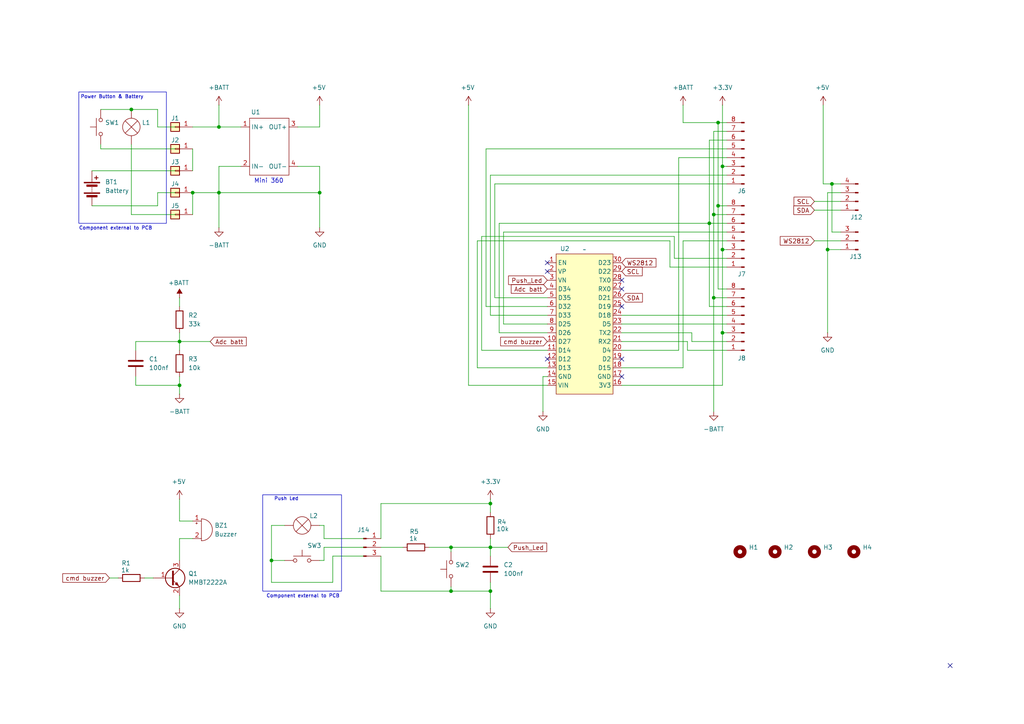
<source format=kicad_sch>
(kicad_sch (version 20250114) (generator "eeschema") (generator_version "9.0")
  (paper "A4")
  (title_block (title "Self Balancing Cube") (date "2024-09-04") (rev "1.13") (company "By Pedro51"))
  (lib_symbols
    (symbol "Connector:Conn_01x03_Pin" (pin_names (offset 1.016) (hide yes))
      (property "Reference" "J" (at 0 5.08 0))
      (property "Value" "Conn_01x03_Pin" (at 0 -5.08 0))
      (symbol "Conn_01x03_Pin_1_1"
        (rectangle (start 0.8636 2.667) (end 0 2.413) (stroke (width 0.1524)) (fill (type outline)))
        (rectangle (start 0.8636 0.127) (end 0 -0.127) (stroke (width 0.1524)) (fill (type outline)))
        (rectangle (start 0.8636 -2.413) (end 0 -2.667) (stroke (width 0.1524)) (fill (type outline)))
        (polyline (pts (xy 1.27 2.54) (xy 0.8636 2.54)) (stroke (width 0.1524)))
        (polyline (pts (xy 1.27 0) (xy 0.8636 0)) (stroke (width 0.1524)))
        (polyline (pts (xy 1.27 -2.54) (xy 0.8636 -2.54)) (stroke (width 0.1524)))
        (pin passive line (at 5.08 2.54 180) (length 3.81) (name "Pin_1") (number "1"))
        (pin passive line (at 5.08 0 180) (length 3.81) (name "Pin_2") (number "2"))
        (pin passive line (at 5.08 -2.54 180) (length 3.81) (name "Pin_3") (number "3"))
      )
    )
    (symbol "Connector:Conn_01x04_Pin" (pin_names (offset 1.016) (hide yes))
      (property "Reference" "J" (at 0 5.08 0))
      (property "Value" "Conn_01x04_Pin" (at 0 -7.62 0))
      (symbol "Conn_01x04_Pin_1_1"
        (rectangle (start 0.8636 2.667) (end 0 2.413) (stroke (width 0.1524)) (fill (type outline)))
        (rectangle (start 0.8636 0.127) (end 0 -0.127) (stroke (width 0.1524)) (fill (type outline)))
        (rectangle (start 0.8636 -2.413) (end 0 -2.667) (stroke (width 0.1524)) (fill (type outline)))
        (rectangle (start 0.8636 -4.953) (end 0 -5.207) (stroke (width 0.1524)) (fill (type outline)))
        (polyline (pts (xy 1.27 2.54) (xy 0.8636 2.54)) (stroke (width 0.1524)))
        (polyline (pts (xy 1.27 0) (xy 0.8636 0)) (stroke (width 0.1524)))
        (polyline (pts (xy 1.27 -2.54) (xy 0.8636 -2.54)) (stroke (width 0.1524)))
        (polyline (pts (xy 1.27 -5.08) (xy 0.8636 -5.08)) (stroke (width 0.1524)))
        (pin passive line (at 5.08 2.54 180) (length 3.81) (name "Pin_1") (number "1"))
        (pin passive line (at 5.08 0 180) (length 3.81) (name "Pin_2") (number "2"))
        (pin passive line (at 5.08 -2.54 180) (length 3.81) (name "Pin_3") (number "3"))
        (pin passive line (at 5.08 -5.08 180) (length 3.81) (name "Pin_4") (number "4"))
      )
    )
    (symbol "Connector:Conn_01x08_Pin" (pin_names (offset 1.016) (hide yes))
      (property "Reference" "J" (at 0 10.16 0))
      (property "Value" "Conn_01x08_Pin" (at 0 -12.7 0))
      (symbol "Conn_01x08_Pin_1_1"
        (rectangle (start 0.8636 7.747) (end 0 7.493) (stroke (width 0.1524)) (fill (type outline)))
        (rectangle (start 0.8636 5.207) (end 0 4.953) (stroke (width 0.1524)) (fill (type outline)))
        (rectangle (start 0.8636 2.667) (end 0 2.413) (stroke (width 0.1524)) (fill (type outline)))
        (rectangle (start 0.8636 0.127) (end 0 -0.127) (stroke (width 0.1524)) (fill (type outline)))
        (rectangle (start 0.8636 -2.413) (end 0 -2.667) (stroke (width 0.1524)) (fill (type outline)))
        (rectangle (start 0.8636 -4.953) (end 0 -5.207) (stroke (width 0.1524)) (fill (type outline)))
        (rectangle (start 0.8636 -7.493) (end 0 -7.747) (stroke (width 0.1524)) (fill (type outline)))
        (rectangle (start 0.8636 -10.033) (end 0 -10.287) (stroke (width 0.1524)) (fill (type outline)))
        (polyline (pts (xy 1.27 7.62) (xy 0.8636 7.62)) (stroke (width 0.1524)))
        (polyline (pts (xy 1.27 5.08) (xy 0.8636 5.08)) (stroke (width 0.1524)))
        (polyline (pts (xy 1.27 2.54) (xy 0.8636 2.54)) (stroke (width 0.1524)))
        (polyline (pts (xy 1.27 0) (xy 0.8636 0)) (stroke (width 0.1524)))
        (polyline (pts (xy 1.27 -2.54) (xy 0.8636 -2.54)) (stroke (width 0.1524)))
        (polyline (pts (xy 1.27 -5.08) (xy 0.8636 -5.08)) (stroke (width 0.1524)))
        (polyline (pts (xy 1.27 -7.62) (xy 0.8636 -7.62)) (stroke (width 0.1524)))
        (polyline (pts (xy 1.27 -10.16) (xy 0.8636 -10.16)) (stroke (width 0.1524)))
        (pin passive line (at 5.08 7.62 180) (length 3.81) (name "Pin_1") (number "1"))
        (pin passive line (at 5.08 5.08 180) (length 3.81) (name "Pin_2") (number "2"))
        (pin passive line (at 5.08 2.54 180) (length 3.81) (name "Pin_3") (number "3"))
        (pin passive line (at 5.08 0 180) (length 3.81) (name "Pin_4") (number "4"))
        (pin passive line (at 5.08 -2.54 180) (length 3.81) (name "Pin_5") (number "5"))
        (pin passive line (at 5.08 -5.08 180) (length 3.81) (name "Pin_6") (number "6"))
        (pin passive line (at 5.08 -7.62 180) (length 3.81) (name "Pin_7") (number "7"))
        (pin passive line (at 5.08 -10.16 180) (length 3.81) (name "Pin_8") (number "8"))
      )
    )
    (symbol "Connector_Generic:Conn_01x01" (pin_names (offset 1.016) (hide yes))
      (property "Reference" "J" (at 0 2.54 0))
      (property "Value" "Conn_01x01" (at 0 -2.54 0))
      (symbol "Conn_01x01_1_1"
        (rectangle (start -1.27 1.27) (end 1.27 -1.27) (stroke (width 0.254)) (fill (type background)))
        (rectangle (start -1.27 0.127) (end 0 -0.127) (stroke (width 0.1524)))
        (pin passive line (at -5.08 0 0) (length 3.81) (name "Pin_1") (number "1"))
      )
    )
    (symbol "Device:Battery" (pin_numbers (hide yes)) (pin_names (offset 0) (hide yes))
      (property "Reference" "BT" (at 2.54 2.54 0))
      (property "Value" "Battery" (at 2.54 0 0))
      (symbol "Battery_0_1"
        (rectangle (start -2.286 1.778) (end 2.286 1.524) (fill (type outline)))
        (rectangle (start -2.286 -1.27) (end 2.286 -1.524) (fill (type outline)))
        (rectangle (start -1.524 1.016) (end 1.524 0.508) (fill (type outline)))
        (rectangle (start -1.524 -2.032) (end 1.524 -2.54) (fill (type outline)))
        (polyline (pts (xy 0 1.778) (xy 0 2.54)))
        (polyline (pts (xy 0 0) (xy 0 0.254)))
        (polyline (pts (xy 0 -0.508) (xy 0 -0.254)))
        (polyline (pts (xy 0 -1.016) (xy 0 -0.762)))
        (polyline (pts (xy 0.762 3.048) (xy 1.778 3.048)) (stroke (width 0.254)))
        (polyline (pts (xy 1.27 3.556) (xy 1.27 2.54)) (stroke (width 0.254)))
      )
      (symbol "Battery_1_1"
        (pin passive line (at 0 5.08 270) (length 2.54) (name "+") (number "1"))
        (pin passive line (at 0 -5.08 90) (length 2.54) (name "-") (number "2"))
      )
    )
    (symbol "Device:Buzzer" (pin_names (offset 0.0254) (hide yes))
      (property "Reference" "BZ" (at 3.81 1.27 0))
      (property "Value" "Buzzer" (at 3.81 -1.27 0))
      (symbol "Buzzer_0_1"
        (polyline (pts (xy -1.651 1.905) (xy -1.143 1.905)))
        (polyline (pts (xy -1.397 2.159) (xy -1.397 1.651)))
        (arc (start 0 3.175) (mid 3.1612 0) (end 0 -3.175))
        (polyline (pts (xy 0 3.175) (xy 0 -3.175)))
      )
      (symbol "Buzzer_1_1"
        (pin passive line (at -2.54 2.54 0) (length 2.54) (name "+") (number "1"))
        (pin passive line (at -2.54 -2.54 0) (length 2.54) (name "-") (number "2"))
      )
    )
    (symbol "Device:C" (pin_numbers (hide yes)) (pin_names (offset 0.254))
      (property "Reference" "C" (at 0.635 2.54 0))
      (property "Value" "C" (at 0.635 -2.54 0))
      (symbol "C_0_1"
        (polyline (pts (xy -2.032 0.762) (xy 2.032 0.762)) (stroke (width 0.508)))
        (polyline (pts (xy -2.032 -0.762) (xy 2.032 -0.762)) (stroke (width 0.508)))
      )
      (symbol "C_1_1"
        (pin passive line (at 0 3.81 270) (length 2.794) (name "~") (number "1"))
        (pin passive line (at 0 -3.81 90) (length 2.794) (name "~") (number "2"))
      )
    )
    (symbol "Device:Lamp" (pin_numbers (hide yes)) (pin_names (offset 0.0254) (hide yes))
      (property "Reference" "LA" (at 0.635 3.81 0))
      (property "Value" "Lamp" (at 0.635 -3.81 0))
      (symbol "Lamp_0_1"
        (polyline (pts (xy -1.778 1.778) (xy 1.778 -1.778)))
        (circle (center 0 0) (radius 2.54))
        (polyline (pts (xy 1.778 1.778) (xy -1.778 -1.778)))
      )
      (symbol "Lamp_1_1"
        (pin passive line (at 0 5.08 270) (length 2.54) (name "+") (number "2"))
        (pin passive line (at 0 -5.08 90) (length 2.54) (name "-") (number "1"))
      )
    )
    (symbol "Device:R" (pin_numbers (hide yes)) (pin_names (offset 0))
      (property "Reference" "R" (at 2.032 0 90))
      (property "Value" "R" (at 0 0 90))
      (symbol "R_0_1"
        (rectangle (start -1.016 -2.54) (end 1.016 2.54) (stroke (width 0.254)))
      )
      (symbol "R_1_1"
        (pin passive line (at 0 3.81 270) (length 1.27) (name "~") (number "1"))
        (pin passive line (at 0 -3.81 90) (length 1.27) (name "~") (number "2"))
      )
    )
    (symbol "Mechanical:MountingHole" (pin_names (offset 1.016)) (exclude_from_sim yes) (in_bom no)
      (property "Reference" "H" (at 0 5.08 0))
      (property "Value" "MountingHole" (at 0 3.175 0))
      (symbol "MountingHole_0_1"
        (circle (center 0 0) (radius 1.27) (stroke (width 1.27)))
      )
    )
    (symbol "Switch:SW_Push" (pin_numbers (hide yes)) (pin_names (offset 1.016) (hide yes))
      (property "Reference" "SW" (at 1.27 2.54 0))
      (property "Value" "SW_Push" (at 0 -1.524 0))
      (symbol "SW_Push_0_1"
        (circle (center -2.032 0) (radius 0.508))
        (polyline (pts (xy 0 1.27) (xy 0 3.048)))
        (circle (center 2.032 0) (radius 0.508))
        (polyline (pts (xy 2.54 1.27) (xy -2.54 1.27)))
        (pin passive line (at -5.08 0 0) (length 2.54) (name "1") (number "1"))
        (pin passive line (at 5.08 0 180) (length 2.54) (name "2") (number "2"))
      )
    )
    (symbol "SymbolePerso:DC-DC_buck"
      (property "Reference" "U?" (at 1.524 1.27 0))
      (property "Value" "5v" (at 9.652 -8.128 0))
      (symbol "DC-DC_buck_0_1"
        (rectangle (start 0 0) (end 11.43 -16.51))
      )
      (symbol "DC-DC_buck_1_1"
        (pin passive line (at -2.54 -2.54 0) (length 2.54) (name "IN+") (number "1"))
        (pin passive line (at -2.54 -13.97 0) (length 2.54) (name "IN-") (number "2"))
        (pin passive line (at 13.97 -2.54 180) (length 2.54) (name "OUT+") (number "3"))
        (pin passive line (at 13.97 -13.97 180) (length 2.54) (name "OUT-") (number "4"))
      )
    )
    (symbol "SymbolePerso:ESP32_module_38pin"
      (property "Reference" "U?" (at -6.35 20.32 0))
      (symbol "ESP32_module_38pin_1_1"
        (polyline (pts (xy -7.62 19.05) (xy 8.89 19.05) (xy 8.89 -21.59) (xy -7.62 -21.59) (xy -7.62 19.05)) (fill (type background)))
        (pin input line (at -10.16 16.51 0) (length 2.54) (name "EN") (number "1"))
        (pin bidirectional line (at -10.16 13.97 0) (length 2.54) (name "VP") (number "2"))
        (pin bidirectional line (at -10.16 11.43 0) (length 2.54) (name "VN") (number "3"))
        (pin bidirectional line (at -10.16 8.89 0) (length 2.54) (name "D34") (number "4"))
        (pin bidirectional line (at -10.16 6.35 0) (length 2.54) (name "D35") (number "5"))
        (pin bidirectional line (at -10.16 3.81 0) (length 2.54) (name "D32") (number "6"))
        (pin bidirectional line (at -10.16 1.27 0) (length 2.54) (name "D33") (number "7"))
        (pin bidirectional line (at -10.16 -1.27 0) (length 2.54) (name "D25") (number "8"))
        (pin bidirectional line (at -10.16 -3.81 0) (length 2.54) (name "D26") (number "9"))
        (pin bidirectional line (at -10.16 -6.35 0) (length 2.54) (name "D27") (number "10"))
        (pin bidirectional line (at -10.16 -8.89 0) (length 2.54) (name "D14") (number "11"))
        (pin bidirectional line (at -10.16 -11.43 0) (length 2.54) (name "D12") (number "12"))
        (pin bidirectional line (at -10.16 -13.97 0) (length 2.54) (name "D13") (number "13"))
        (pin power_in line (at -10.16 -16.51 0) (length 2.54) (name "GND") (number "14"))
        (pin power_in line (at -10.16 -19.05 0) (length 2.54) (name "VIN") (number "15"))
        (pin bidirectional line (at 11.43 16.51 180) (length 2.54) (name "D23") (number "30"))
        (pin bidirectional line (at 11.43 13.97 180) (length 2.54) (name "D22") (number "29"))
        (pin output line (at 11.43 11.43 180) (length 2.54) (name "TX0") (number "28"))
        (pin input line (at 11.43 8.89 180) (length 2.54) (name "RX0") (number "27"))
        (pin bidirectional line (at 11.43 6.35 180) (length 2.54) (name "D21") (number "26"))
        (pin bidirectional line (at 11.43 3.81 180) (length 2.54) (name "D19") (number "25"))
        (pin bidirectional line (at 11.43 1.27 180) (length 2.54) (name "D18") (number "24"))
        (pin bidirectional line (at 11.43 -1.27 180) (length 2.54) (name "D5") (number "23"))
        (pin output line (at 11.43 -3.81 180) (length 2.54) (name "TX2") (number "22"))
        (pin input line (at 11.43 -6.35 180) (length 2.54) (name "RX2") (number "21"))
        (pin bidirectional line (at 11.43 -8.89 180) (length 2.54) (name "D4") (number "20"))
        (pin bidirectional line (at 11.43 -11.43 180) (length 2.54) (name "D2") (number "19"))
        (pin bidirectional line (at 11.43 -13.97 180) (length 2.54) (name "D15") (number "18"))
        (pin power_in line (at 11.43 -16.51 180) (length 2.54) (name "GND") (number "17"))
        (pin power_out line (at 11.43 -19.05 180) (length 2.54) (name "3V3") (number "16"))
      )
    )
    (symbol "Transistor_BJT:MMBT2222A" (pin_names (offset 0) (hide yes))
      (property "Reference" "Q" (at 5.08 1.905 0))
      (property "Value" "MMBT2222A" (at 5.08 0 0))
      (symbol "MMBT2222A_0_1"
        (polyline (pts (xy 0.635 1.905) (xy 0.635 -1.905) (xy 0.635 -1.905)) (stroke (width 0.508)))
        (polyline (pts (xy 0.635 0.635) (xy 2.54 2.54)))
        (polyline (pts (xy 0.635 -0.635) (xy 2.54 -2.54) (xy 2.54 -2.54)))
        (circle (center 1.27 0) (radius 2.8194) (stroke (width 0.254)))
        (polyline (pts (xy 1.27 -1.778) (xy 1.778 -1.27) (xy 2.286 -2.286) (xy 1.27 -1.778) (xy 1.27 -1.778)) (fill (type outline)))
      )
      (symbol "MMBT2222A_1_1"
        (pin input line (at -5.08 0 0) (length 5.715) (name "B") (number "1"))
        (pin passive line (at 2.54 5.08 270) (length 2.54) (name "C") (number "3"))
        (pin passive line (at 2.54 -5.08 90) (length 2.54) (name "E") (number "2"))
      )
    )
    (symbol "power:+3.3V" (power) (pin_numbers (hide yes)) (pin_names (offset 0) (hide yes))
      (property "Value" "+3.3V" (at 0 3.556 0))
      (symbol "+3.3V_0_1"
        (polyline (pts (xy -0.762 1.27) (xy 0 2.54)))
        (polyline (pts (xy 0 2.54) (xy 0.762 1.27)))
        (polyline (pts (xy 0 0) (xy 0 2.54)))
      )
      (symbol "+3.3V_1_1"
        (pin power_in line (at 0 0 90) (length 0) (name "~") (number "1"))
      )
    )
    (symbol "power:+BATT" (power) (pin_numbers (hide yes)) (pin_names (offset 0) (hide yes))
      (property "Value" "+BATT" (at 0 3.556 0))
      (symbol "+BATT_0_1"
        (polyline (pts (xy -0.762 1.27) (xy 0 2.54)))
        (polyline (pts (xy 0 2.54) (xy 0.762 1.27)))
        (polyline (pts (xy 0 0) (xy 0 2.54)))
      )
      (symbol "+BATT_1_1"
        (pin power_in line (at 0 0 90) (length 0) (name "~") (number "1"))
      )
    )
    (symbol "power:-BATT" (power) (pin_numbers (hide yes)) (pin_names (offset 0) (hide yes))
      (property "Value" "-BATT" (at 0 3.556 0))
      (symbol "-BATT_0_1"
        (polyline (pts (xy 0 0) (xy 0 2.54)))
        (polyline (pts (xy 0.762 1.27) (xy -0.762 1.27) (xy 0 2.54) (xy 0.762 1.27)) (fill (type outline)))
      )
      (symbol "-BATT_1_1"
        (pin power_in line (at 0 0 90) (length 0) (name "~") (number "1"))
      )
    )
    (symbol "power:GND" (power) (pin_numbers (hide yes)) (pin_names (offset 0) (hide yes))
      (property "Value" "GND" (at 0 -3.81 0))
      (symbol "GND_0_1"
        (polyline (pts (xy 0 0) (xy 0 -1.27) (xy 1.27 -1.27) (xy 0 -2.54) (xy -1.27 -1.27) (xy 0 -1.27)))
      )
      (symbol "GND_1_1"
        (pin power_in line (at 0 0 270) (length 0) (name "~") (number "1"))
      )
    )
    (symbol "power:VCC" (power) (pin_numbers (hide yes)) (pin_names (offset 0) (hide yes))
      (property "Value" "VCC" (at 0 3.556 0))
      (symbol "VCC_0_1"
        (polyline (pts (xy -0.762 1.27) (xy 0 2.54)))
        (polyline (pts (xy 0 2.54) (xy 0.762 1.27)))
        (polyline (pts (xy 0 0) (xy 0 2.54)))
      )
      (symbol "VCC_1_1"
        (pin power_in line (at 0 0 90) (length 0) (name "~") (number "1"))
      )
    )
  )
  (rectangle (start 22.86 26.67) (end 48.26 64.77))
  (rectangle (start 76.2 143.51) (end 99.06 171.45))
  (text "Component external to PCB" (at 87.884 172.974 0) (effects (font (size 1 1))))
  (text "Push Led" (at 83.058 144.78 0) (effects (font (size 1 1))))
  (text "Component external to PCB" (at 33.528 66.294 0) (effects (font (size 1 1))))
  (text "Mini 360" (at 77.978 52.578 0) (effects (font (size 1.27 1.27))))
  (text "Power Button & Battery" (at 32.512 28.194 0) (effects (font (size 1 1))))
  (junction (at 205.74 64.77))
  (junction (at 52.07 111.76))
  (junction (at 38.1 31.75))
  (junction (at 208.28 35.56))
  (junction (at 208.28 59.69))
  (junction (at 241.3 53.34))
  (junction (at 52.07 99.06))
  (junction (at 63.5 55.88))
  (junction (at 142.24 171.45))
  (junction (at 63.5 36.83))
  (junction (at 207.01 86.36))
  (junction (at 240.03 72.39))
  (junction (at 142.24 146.05))
  (junction (at 209.55 96.52))
  (junction (at 92.71 55.88))
  (junction (at 209.55 72.39))
  (junction (at 78.74 162.56))
  (junction (at 55.88 55.88))
  (junction (at 130.81 158.75))
  (junction (at 209.55 48.26))
  (junction (at 142.24 158.75))
  (junction (at 207.01 62.23))
  (junction (at 130.81 171.45))
  (no_connect (at 180.34 83.82))
  (no_connect (at 180.34 88.9))
  (no_connect (at 158.75 76.2))
  (no_connect (at 158.75 104.14))
  (no_connect (at 158.75 78.74))
  (no_connect (at 180.34 109.22))
  (no_connect (at 275.59 193.04))
  (no_connect (at 180.34 104.14))
  (no_connect (at 180.34 81.28))
  (wire (pts (xy 52.07 172.72) (xy 52.07 176.53)))
  (wire (pts (xy 139.7 68.58) (xy 139.7 101.6)))
  (wire (pts (xy 142.24 158.75) (xy 147.32 158.75)))
  (wire (pts (xy 209.55 48.26) (xy 209.55 72.39)))
  (wire (pts (xy 29.21 43.18) (xy 50.8 43.18)))
  (wire (pts (xy 55.88 55.88) (xy 63.5 55.88)))
  (wire (pts (xy 199.39 101.6) (xy 199.39 99.06)))
  (wire (pts (xy 180.34 91.44) (xy 210.82 91.44)))
  (wire (pts (xy 144.78 96.52) (xy 144.78 64.77)))
  (wire (pts (xy 86.36 36.83) (xy 92.71 36.83)))
  (wire (pts (xy 198.12 35.56) (xy 208.28 35.56)))
  (wire (pts (xy 205.74 64.77) (xy 210.82 64.77)))
  (wire (pts (xy 63.5 36.83) (xy 69.85 36.83)))
  (wire (pts (xy 142.24 50.8) (xy 142.24 91.44)))
  (wire (pts (xy 209.55 72.39) (xy 210.82 72.39)))
  (wire (pts (xy 110.49 171.45) (xy 110.49 161.29)))
  (wire (pts (xy 52.07 111.76) (xy 52.07 114.3)))
  (wire (pts (xy 105.41 156.21) (xy 93.98 156.21)))
  (wire (pts (xy 130.81 171.45) (xy 142.24 171.45)))
  (wire (pts (xy 209.55 72.39) (xy 209.55 96.52)))
  (wire (pts (xy 124.46 158.75) (xy 130.81 158.75)))
  (wire (pts (xy 142.24 168.91) (xy 142.24 171.45)))
  (wire (pts (xy 55.88 151.13) (xy 52.07 151.13)))
  (wire (pts (xy 198.12 106.68) (xy 180.34 106.68)))
  (wire (pts (xy 130.81 171.45) (xy 110.49 171.45)))
  (wire (pts (xy 92.71 48.26) (xy 92.71 55.88)))
  (wire (pts (xy 210.82 77.47) (xy 194.31 77.47)))
  (wire (pts (xy 105.41 158.75) (xy 93.98 158.75)))
  (wire (pts (xy 210.82 74.93) (xy 195.58 74.93)))
  (wire (pts (xy 210.82 50.8) (xy 142.24 50.8)))
  (wire (pts (xy 52.07 109.22) (xy 52.07 111.76)))
  (wire (pts (xy 78.74 162.56) (xy 82.55 162.56)))
  (wire (pts (xy 143.51 86.36) (xy 143.51 53.34)))
  (wire (pts (xy 39.37 111.76) (xy 39.37 109.22)))
  (wire (pts (xy 52.07 99.06) (xy 52.07 101.6)))
  (wire (pts (xy 199.39 99.06) (xy 180.34 99.06)))
  (wire (pts (xy 55.88 55.88) (xy 55.88 62.23)))
  (wire (pts (xy 238.76 53.34) (xy 241.3 53.34)))
  (wire (pts (xy 142.24 146.05) (xy 142.24 148.59)))
  (wire (pts (xy 93.98 158.75) (xy 93.98 162.56)))
  (wire (pts (xy 200.66 99.06) (xy 210.82 99.06)))
  (wire (pts (xy 52.07 156.21) (xy 55.88 156.21)))
  (wire (pts (xy 138.43 106.68) (xy 158.75 106.68)))
  (wire (pts (xy 92.71 55.88) (xy 92.71 66.04)))
  (wire (pts (xy 110.49 146.05) (xy 110.49 156.21)))
  (wire (pts (xy 93.98 156.21) (xy 93.98 152.4)))
  (wire (pts (xy 236.22 58.42) (xy 243.84 58.42)))
  (wire (pts (xy 140.97 43.18) (xy 140.97 88.9)))
  (wire (pts (xy 210.82 43.18) (xy 140.97 43.18)))
  (wire (pts (xy 209.55 111.76) (xy 209.55 96.52)))
  (wire (pts (xy 29.21 43.18) (xy 29.21 41.91)))
  (wire (pts (xy 41.91 167.64) (xy 44.45 167.64)))
  (wire (pts (xy 158.75 109.22) (xy 157.48 109.22)))
  (wire (pts (xy 52.07 144.78) (xy 52.07 151.13)))
  (wire (pts (xy 52.07 111.76) (xy 39.37 111.76)))
  (wire (pts (xy 205.74 40.64) (xy 205.74 64.77)))
  (wire (pts (xy 210.82 88.9) (xy 205.74 88.9)))
  (wire (pts (xy 210.82 67.31) (xy 146.05 67.31)))
  (wire (pts (xy 196.85 45.72) (xy 196.85 101.6)))
  (wire (pts (xy 38.1 41.91) (xy 38.1 62.23)))
  (wire (pts (xy 207.01 62.23) (xy 210.82 62.23)))
  (wire (pts (xy 243.84 53.34) (xy 241.3 53.34)))
  (wire (pts (xy 243.84 55.88) (xy 240.03 55.88)))
  (wire (pts (xy 240.03 72.39) (xy 243.84 72.39)))
  (wire (pts (xy 52.07 162.56) (xy 52.07 156.21)))
  (wire (pts (xy 92.71 152.4) (xy 93.98 152.4)))
  (wire (pts (xy 208.28 35.56) (xy 208.28 59.69)))
  (wire (pts (xy 207.01 38.1) (xy 207.01 62.23)))
  (wire (pts (xy 207.01 86.36) (xy 207.01 119.38)))
  (wire (pts (xy 207.01 86.36) (xy 207.01 62.23)))
  (wire (pts (xy 210.82 35.56) (xy 208.28 35.56)))
  (wire (pts (xy 139.7 101.6) (xy 158.75 101.6)))
  (wire (pts (xy 210.82 69.85) (xy 198.12 69.85)))
  (wire (pts (xy 146.05 67.31) (xy 146.05 93.98)))
  (wire (pts (xy 146.05 93.98) (xy 158.75 93.98)))
  (wire (pts (xy 238.76 30.48) (xy 238.76 53.34)))
  (wire (pts (xy 180.34 111.76) (xy 209.55 111.76)))
  (wire (pts (xy 63.5 55.88) (xy 63.5 48.26)))
  (wire (pts (xy 210.82 45.72) (xy 196.85 45.72)))
  (wire (pts (xy 92.71 162.56) (xy 93.98 162.56)))
  (wire (pts (xy 55.88 36.83) (xy 63.5 36.83)))
  (wire (pts (xy 196.85 101.6) (xy 180.34 101.6)))
  (wire (pts (xy 210.82 40.64) (xy 205.74 40.64)))
  (wire (pts (xy 130.81 171.45) (xy 130.81 170.18)))
  (wire (pts (xy 39.37 101.6) (xy 39.37 99.06)))
  (wire (pts (xy 52.07 99.06) (xy 60.96 99.06)))
  (wire (pts (xy 63.5 55.88) (xy 63.5 66.04)))
  (wire (pts (xy 158.75 86.36) (xy 143.51 86.36)))
  (wire (pts (xy 243.84 67.31) (xy 241.3 67.31)))
  (wire (pts (xy 158.75 111.76) (xy 135.89 111.76)))
  (wire (pts (xy 240.03 55.88) (xy 240.03 72.39)))
  (wire (pts (xy 130.81 158.75) (xy 130.81 160.02)))
  (wire (pts (xy 210.82 101.6) (xy 199.39 101.6)))
  (wire (pts (xy 142.24 171.45) (xy 142.24 176.53)))
  (wire (pts (xy 31.75 167.64) (xy 34.29 167.64)))
  (wire (pts (xy 210.82 86.36) (xy 207.01 86.36)))
  (wire (pts (xy 210.82 38.1) (xy 207.01 38.1)))
  (wire (pts (xy 78.74 152.4) (xy 82.55 152.4)))
  (wire (pts (xy 142.24 146.05) (xy 142.24 144.78)))
  (wire (pts (xy 195.58 68.58) (xy 139.7 68.58)))
  (wire (pts (xy 96.52 161.29) (xy 96.52 168.91)))
  (wire (pts (xy 45.72 59.69) (xy 26.67 59.69)))
  (wire (pts (xy 45.72 55.88) (xy 45.72 59.69)))
  (wire (pts (xy 45.72 31.75) (xy 45.72 36.83)))
  (wire (pts (xy 86.36 48.26) (xy 92.71 48.26)))
  (wire (pts (xy 29.21 31.75) (xy 38.1 31.75)))
  (wire (pts (xy 38.1 31.75) (xy 45.72 31.75)))
  (wire (pts (xy 142.24 91.44) (xy 158.75 91.44)))
  (wire (pts (xy 195.58 74.93) (xy 195.58 68.58)))
  (wire (pts (xy 157.48 109.22) (xy 157.48 119.38)))
  (wire (pts (xy 52.07 96.52) (xy 52.07 99.06)))
  (wire (pts (xy 50.8 49.53) (xy 26.67 49.53)))
  (wire (pts (xy 50.8 62.23) (xy 38.1 62.23)))
  (wire (pts (xy 92.71 36.83) (xy 92.71 30.48)))
  (wire (pts (xy 39.37 99.06) (xy 52.07 99.06)))
  (wire (pts (xy 209.55 96.52) (xy 210.82 96.52)))
  (wire (pts (xy 240.03 72.39) (xy 240.03 96.52)))
  (wire (pts (xy 198.12 69.85) (xy 198.12 106.68)))
  (wire (pts (xy 241.3 67.31) (xy 241.3 53.34)))
  (wire (pts (xy 208.28 59.69) (xy 210.82 59.69)))
  (wire (pts (xy 55.88 43.18) (xy 55.88 49.53)))
  (wire (pts (xy 78.74 152.4) (xy 78.74 162.56)))
  (wire (pts (xy 63.5 55.88) (xy 92.71 55.88)))
  (wire (pts (xy 140.97 88.9) (xy 158.75 88.9)))
  (wire (pts (xy 63.5 30.48) (xy 63.5 36.83)))
  (wire (pts (xy 210.82 83.82) (xy 208.28 83.82)))
  (wire (pts (xy 194.31 77.47) (xy 194.31 69.85)))
  (wire (pts (xy 210.82 48.26) (xy 209.55 48.26)))
  (wire (pts (xy 198.12 30.48) (xy 198.12 35.56)))
  (wire (pts (xy 45.72 36.83) (xy 50.8 36.83)))
  (wire (pts (xy 63.5 48.26) (xy 69.85 48.26)))
  (wire (pts (xy 158.75 96.52) (xy 144.78 96.52)))
  (wire (pts (xy 78.74 162.56) (xy 78.74 168.91)))
  (wire (pts (xy 142.24 161.29) (xy 142.24 158.75)))
  (wire (pts (xy 143.51 53.34) (xy 210.82 53.34)))
  (wire (pts (xy 96.52 168.91) (xy 78.74 168.91)))
  (wire (pts (xy 180.34 93.98) (xy 210.82 93.98)))
  (wire (pts (xy 138.43 69.85) (xy 138.43 106.68)))
  (wire (pts (xy 110.49 146.05) (xy 142.24 146.05)))
  (wire (pts (xy 142.24 156.21) (xy 142.24 158.75)))
  (wire (pts (xy 208.28 83.82) (xy 208.28 59.69)))
  (wire (pts (xy 236.22 60.96) (xy 243.84 60.96)))
  (wire (pts (xy 144.78 64.77) (xy 205.74 64.77)))
  (wire (pts (xy 135.89 111.76) (xy 135.89 30.48)))
  (wire (pts (xy 130.81 158.75) (xy 142.24 158.75)))
  (wire (pts (xy 200.66 96.52) (xy 200.66 99.06)))
  (wire (pts (xy 50.8 55.88) (xy 45.72 55.88)))
  (wire (pts (xy 52.07 86.36) (xy 52.07 88.9)))
  (wire (pts (xy 209.55 30.48) (xy 209.55 48.26)))
  (wire (pts (xy 105.41 161.29) (xy 96.52 161.29)))
  (wire (pts (xy 180.34 96.52) (xy 200.66 96.52)))
  (wire (pts (xy 110.49 158.75) (xy 116.84 158.75)))
  (wire (pts (xy 236.22 69.85) (xy 243.84 69.85)))
  (wire (pts (xy 205.74 88.9) (xy 205.74 64.77)))
  (wire (pts (xy 194.31 69.85) (xy 138.43 69.85)))
  (global_label "SCL" (shape input) (at 236.22 58.42 180) (property "Intersheetrefs" "${INTERSHEET_REFS}" (effects (hide yes))))
  (global_label "Push_Led" (shape input) (at 147.32 158.75 0) (property "Intersheetrefs" "${INTERSHEET_REFS}" (effects (hide yes))))
  (global_label "cmd buzzer" (shape input) (at 31.75 167.64 180) (property "Intersheetrefs" "${INTERSHEET_REFS}" (effects (hide yes))))
  (global_label "SCL" (shape input) (at 180.34 78.74 0) (property "Intersheetrefs" "${INTERSHEET_REFS}" (effects (hide yes))))
  (global_label "WS2812" (shape input) (at 180.34 76.2 0) (property "Intersheetrefs" "${INTERSHEET_REFS}" (effects (hide yes))))
  (global_label "WS2812" (shape input) (at 236.22 69.85 180) (property "Intersheetrefs" "${INTERSHEET_REFS}" (effects (hide yes))))
  (global_label "SDA" (shape input) (at 236.22 60.96 180) (property "Intersheetrefs" "${INTERSHEET_REFS}" (effects (hide yes))))
  (global_label "SDA" (shape input) (at 180.34 86.36 0) (property "Intersheetrefs" "${INTERSHEET_REFS}" (effects (hide yes))))
  (global_label "Adc batt" (shape input) (at 158.75 83.82 180) (property "Intersheetrefs" "${INTERSHEET_REFS}" (effects (hide yes))))
  (global_label "Adc batt" (shape input) (at 60.96 99.06 0) (property "Intersheetrefs" "${INTERSHEET_REFS}" (effects (hide yes))))
  (global_label "Push_Led" (shape input) (at 158.75 81.28 180) (property "Intersheetrefs" "${INTERSHEET_REFS}" (effects (hide yes))))
  (global_label "cmd buzzer" (shape input) (at 158.75 99.06 180) (property "Intersheetrefs" "${INTERSHEET_REFS}" (effects (hide yes))))
  (symbol (lib_id "power:+3.3V") (at 142.24 144.78 0) (unit 1)
    (property "Reference" "#PWR09" (effects (hide yes)))
    (property "Value" "+3.3V" (at 142.24 139.7 0))
    (property "Description" "Power symbol creates a global label with name \"+3.3V\"" (effects (hide yes)))
  )
  (symbol (lib_id "power:+BATT") (at 63.5 30.48 0) (unit 1)
    (property "Reference" "#PWR05" (effects (hide yes)))
    (property "Value" "+BATT" (at 63.5 25.4 0))
    (property "Description" "Power symbol creates a global label with name \"+BATT\"" (effects (hide yes)))
  )
  (symbol (lib_id "Connector:Conn_01x08_Pin") (at 215.9 45.72 180) (unit 1)
    (property "Reference" "J6" (at 215.138 55.372 0))
    (property "Value" "Conn_01x08_Pin" (effects (hide yes)))
    (property "Footprint" "Connector_JST:JST_ZH_B8B-ZR_1x08_P1.50mm_Vertical" (effects (hide yes)))
    (property "Description" "Generic connector, single row, 01x08, script generated" (effects (hide yes)))
  )
  (symbol (lib_id "Device:C") (at 39.37 105.41 0) (unit 1)
    (property "Reference" "C1" (at 43.18 104.1399 0) (effects (justify left)))
    (property "Value" "100nf" (at 43.18 106.6799 0) (effects (justify left)))
    (property "Footprint" "Capacitor_SMD:C_1206_3216Metric" (effects (hide yes)))
    (property "Description" "Unpolarized capacitor" (effects (hide yes)))
  )
  (symbol (lib_id "power:-BATT") (at 52.07 86.36 0) (unit 1)
    (property "Reference" "#PWR01" (effects (hide yes)))
    (property "Value" "+BATT" (at 51.816 82.042 0))
    (property "Description" "Power symbol creates a global label with name \"-BATT\"" (effects (hide yes)))
  )
  (symbol (lib_id "Transistor_BJT:MMBT2222A") (at 49.53 167.64 0) (unit 1)
    (property "Reference" "Q1" (at 54.61 166.3699 0) (effects (justify left)))
    (property "Value" "MMBT2222A" (at 54.61 168.9099 0) (effects (justify left)))
    (property "Footprint" "Package_TO_SOT_SMD:SOT-23" (effects (hide yes)))
    (property "Datasheet" "https://assets.nexperia.com/documents/data-sheet/MMBT2222A.pdf" (effects (hide yes)))
    (property "Description" "600mA Ic, 40V Vce, NPN Transistor, SOT-23" (effects (hide yes)))
  )
  (symbol (lib_id "power:VCC") (at 52.07 144.78 0) (unit 1)
    (property "Reference" "#PWR03" (effects (hide yes)))
    (property "Value" "+5V" (at 49.784 139.7 0) (effects (justify left)))
    (property "Description" "Power symbol creates a global label with name \"VCC\"" (effects (hide yes)))
  )
  (symbol (lib_id "Switch:SW_Push") (at 87.63 162.56 0) (unit 1) (on_board no)
    (property "Reference" "SW3" (at 91.186 158.242 0))
    (property "Value" "SW_Push" (effects (hide yes)))
    (property "Description" "Push button switch, generic, two pins" (effects (hide yes)))
  )
  (symbol (lib_id "Device:Lamp") (at 87.63 152.4 90) (unit 1) (in_bom no) (on_board no)
    (property "Reference" "L2" (at 92.202 149.606 90) (effects (justify left)))
    (property "Value" "Lamp" (effects (hide yes)))
    (property "Description" "Lamp" (effects (hide yes)))
  )
  (symbol (lib_id "power:GND") (at 207.01 119.38 0) (unit 1)
    (property "Reference" "#PWR014" (effects (hide yes)))
    (property "Value" "-BATT" (at 207.01 124.46 0))
    (property "Description" "Power symbol creates a global label with name \"GND\" , ground" (effects (hide yes)))
  )
  (symbol (lib_id "Connector:Conn_01x08_Pin") (at 215.9 93.98 180) (unit 1)
    (property "Reference" "J8" (at 215.138 103.886 0))
    (property "Value" "Conn_01x08_Pin" (effects (hide yes)))
    (property "Footprint" "Connector_JST:JST_ZH_B8B-ZR_1x08_P1.50mm_Vertical" (effects (hide yes)))
    (property "Description" "Generic connector, single row, 01x08, script generated" (effects (hide yes)))
  )
  (symbol (lib_id "power:GND") (at 92.71 66.04 0) (unit 1)
    (property "Reference" "#PWR08" (effects (hide yes)))
    (property "Value" "GND" (at 92.71 71.12 0))
    (property "Description" "Power symbol creates a global label with name \"GND\" , ground" (effects (hide yes)))
  )
  (symbol (lib_id "Connector_Generic:Conn_01x01") (at 50.8 62.23 180) (unit 1)
    (property "Reference" "J5" (at 50.8 59.69 0))
    (property "Value" "Conn_01x01" (effects (hide yes)))
    (property "Footprint" "Connector_Wire:SolderWire-0.5sqmm_1x01_D0.9mm_OD2.1mm" (effects (hide yes)))
    (property "Description" "Generic connector, single row, 01x01, script generated (kicad-library-utils/schlib/autogen/connector/)" (effects (hide yes)))
  )
  (symbol (lib_id "Device:R") (at 38.1 167.64 90) (unit 1)
    (property "Reference" "R1" (at 36.576 163.322 90))
    (property "Value" "1k" (at 36.322 165.354 90))
    (property "Footprint" "Resistor_SMD:R_1206_3216Metric" (effects (hide yes)))
    (property "Description" "Resistor" (effects (hide yes)))
  )
  (symbol (lib_id "Connector:Conn_01x08_Pin") (at 215.9 69.85 180) (unit 1)
    (property "Reference" "J7" (at 215.138 79.502 0))
    (property "Value" "Conn_01x08_Pin" (effects (hide yes)))
    (property "Footprint" "Connector_JST:JST_ZH_B8B-ZR_1x08_P1.50mm_Vertical" (effects (hide yes)))
    (property "Description" "Generic connector, single row, 01x08, script generated" (effects (hide yes)))
  )
  (symbol (lib_id "Device:Lamp") (at 38.1 36.83 0) (unit 1) (in_bom no) (on_board no)
    (property "Reference" "L1" (at 41.148 35.56 0) (effects (justify left)))
    (property "Value" "Lamp" (effects (hide yes)))
    (property "Description" "Lamp" (effects (hide yes)))
  )
  (symbol (lib_id "Mechanical:MountingHole") (at 224.79 160.02 0) (unit 1) (exclude_from_sim yes) (in_bom no)
    (property "Reference" "H2" (at 227.33 158.7499 0) (effects (justify left)))
    (property "Value" "MountingHole" (effects (hide yes)))
    (property "Footprint" "MountingHole:MountingHole_3.2mm_M3_DIN965_Pad" (effects (hide yes)))
    (property "Description" "Mounting Hole without connection" (effects (hide yes)))
  )
  (symbol (lib_id "power:+3.3V") (at 209.55 30.48 0) (unit 1)
    (property "Reference" "#PWR015" (effects (hide yes)))
    (property "Value" "+3.3V" (at 209.55 25.4 0))
    (property "Description" "Power symbol creates a global label with name \"+3.3V\"" (effects (hide yes)))
  )
  (symbol (lib_id "Mechanical:MountingHole") (at 236.22 160.02 0) (unit 1) (exclude_from_sim yes) (in_bom no)
    (property "Reference" "H3" (at 238.76 158.7499 0) (effects (justify left)))
    (property "Value" "MountingHole" (effects (hide yes)))
    (property "Footprint" "MountingHole:MountingHole_3.2mm_M3_DIN965_Pad" (effects (hide yes)))
    (property "Description" "Mounting Hole without connection" (effects (hide yes)))
  )
  (symbol (lib_id "power:GND") (at 52.07 114.3 0) (unit 1)
    (property "Reference" "#PWR02" (effects (hide yes)))
    (property "Value" "-BATT" (at 52.07 119.38 0))
    (property "Description" "Power symbol creates a global label with name \"GND\" , ground" (effects (hide yes)))
  )
  (symbol (lib_id "SymbolePerso:DC-DC_buck") (at 72.39 34.29 0) (unit 1)
    (property "Reference" "U1" (at 74.168 32.512 0))
    (property "Value" "5v" (effects (hide yes)))
    (property "Footprint" "MesEmpreintes:DCDC buck" (effects (hide yes)))
  )
  (symbol (lib_id "Connector_Generic:Conn_01x01") (at 50.8 43.18 180) (unit 1)
    (property "Reference" "J2" (at 50.8 40.64 0))
    (property "Value" "Conn_01x01" (effects (hide yes)))
    (property "Footprint" "Connector_Wire:SolderWire-2sqmm_1x01_D2mm_OD3.9mm" (effects (hide yes)))
    (property "Description" "Generic connector, single row, 01x01, script generated (kicad-library-utils/schlib/autogen/connector/)" (effects (hide yes)))
  )
  (symbol (lib_id "Device:R") (at 52.07 92.71 0) (unit 1)
    (property "Reference" "R2" (at 54.61 91.4399 0) (effects (justify left)))
    (property "Value" "33k" (at 54.61 93.98 0) (effects (justify left)))
    (property "Footprint" "Capacitor_SMD:C_1206_3216Metric" (effects (hide yes)))
    (property "Description" "Resistor" (effects (hide yes)))
  )
  (symbol (lib_id "Switch:SW_Push") (at 130.81 165.1 90) (unit 1)
    (property "Reference" "SW2" (at 132.08 163.8299 90) (effects (justify right)))
    (property "Value" "SW_Push" (effects (hide yes)))
    (property "Footprint" "MesEmpreintes:SW_RS-032G05A3-SMRT" (effects (hide yes)))
    (property "Description" "Push button switch, generic, two pins" (effects (hide yes)))
  )
  (symbol (lib_id "Connector_Generic:Conn_01x01") (at 50.8 49.53 180) (unit 1)
    (property "Reference" "J3" (at 50.8 46.99 0))
    (property "Value" "Conn_01x01" (effects (hide yes)))
    (property "Footprint" "Connector_Wire:SolderWire-2sqmm_1x01_D2mm_OD3.9mm" (effects (hide yes)))
    (property "Description" "Generic connector, single row, 01x01, script generated (kicad-library-utils/schlib/autogen/connector/)" (effects (hide yes)))
  )
  (symbol (lib_id "power:+BATT") (at 198.12 30.48 0) (unit 1)
    (property "Reference" "#PWR013" (effects (hide yes)))
    (property "Value" "+BATT" (at 198.12 25.4 0))
    (property "Description" "Power symbol creates a global label with name \"+BATT\"" (effects (hide yes)))
  )
  (symbol (lib_id "Device:Buzzer") (at 58.42 153.67 0) (unit 1)
    (property "Reference" "BZ1" (at 62.23 152.3999 0) (effects (justify left)))
    (property "Value" "Buzzer" (at 62.23 154.9399 0) (effects (justify left)))
    (property "Footprint" "Buzzer_Beeper:Buzzer_12x9.5RM7.6" (effects (hide yes)))
    (property "Description" "Buzzer, polarized" (effects (hide yes)))
  )
  (symbol (lib_id "SymbolePerso:ESP32_module_38pin") (at 168.91 92.71 0) (unit 1)
    (property "Reference" "U2" (at 163.83 72.136 0))
    (property "Value" "~" (at 169.545 72.39 0))
    (property "Footprint" "MesEmpreintes:esp module 30pins" (effects (hide yes)))
  )
  (symbol (lib_id "Device:R") (at 142.24 152.4 180) (unit 1)
    (property "Reference" "R4" (at 145.542 151.384 0))
    (property "Value" "10k" (at 145.796 153.416 0))
    (property "Footprint" "Resistor_SMD:R_1206_3216Metric" (effects (hide yes)))
    (property "Description" "Resistor" (effects (hide yes)))
  )
  (symbol (lib_id "Device:C") (at 142.24 165.1 0) (unit 1)
    (property "Reference" "C2" (at 146.05 163.8299 0) (effects (justify left)))
    (property "Value" "100nf" (at 146.05 166.3699 0) (effects (justify left)))
    (property "Footprint" "Capacitor_SMD:C_1206_3216Metric" (effects (hide yes)))
    (property "Description" "Unpolarized capacitor" (effects (hide yes)))
  )
  (symbol (lib_id "Connector:Conn_01x03_Pin") (at 105.41 158.75 0) (unit 1)
    (property "Reference" "J14" (at 105.41 153.67 0))
    (property "Value" "Conn_01x03_Pin" (effects (hide yes)))
    (property "Footprint" "Connector_JST:JST_ZH_B3B-ZR_1x03_P1.50mm_Vertical" (effects (hide yes)))
    (property "Description" "Generic connector, single row, 01x03, script generated" (effects (hide yes)))
  )
  (symbol (lib_id "Connector:Conn_01x03_Pin") (at 248.92 69.85 180) (unit 1)
    (property "Reference" "J13" (at 248.158 74.422 0))
    (property "Value" "Conn_01x03_Pin" (effects (hide yes)))
    (property "Footprint" "Connector_JST:JST_ZH_B3B-ZR_1x03_P1.50mm_Vertical" (effects (hide yes)))
    (property "Description" "Generic connector, single row, 01x03, script generated" (effects (hide yes)))
  )
  (symbol (lib_id "power:VCC") (at 92.71 30.48 0) (unit 1)
    (property "Reference" "#PWR07" (effects (hide yes)))
    (property "Value" "+5V" (at 90.424 25.4 0) (effects (justify left)))
    (property "Description" "Power symbol creates a global label with name \"VCC\"" (effects (hide yes)))
  )
  (symbol (lib_id "power:GND") (at 240.03 96.52 0) (unit 1)
    (property "Reference" "#PWR016" (effects (hide yes)))
    (property "Value" "GND" (at 240.03 101.6 0))
    (property "Description" "Power symbol creates a global label with name \"GND\" , ground" (effects (hide yes)))
  )
  (symbol (lib_id "Device:Battery") (at 26.67 54.61 0) (unit 1) (on_board no)
    (property "Reference" "BT1" (at 30.48 52.7684 0) (effects (justify left)))
    (property "Value" "Battery" (at 30.48 55.3084 0) (effects (justify left)))
    (property "Description" "Multiple-cell battery" (effects (hide yes)))
  )
  (symbol (lib_id "Connector:Conn_01x04_Pin") (at 248.92 58.42 180) (unit 1)
    (property "Reference" "J12" (at 248.412 62.992 0))
    (property "Value" "Conn_01x04_Pin" (effects (hide yes)))
    (property "Footprint" "Connector_JST:JST_ZH_B4B-ZR_1x04_P1.50mm_Vertical" (effects (hide yes)))
    (property "Description" "Generic connector, single row, 01x04, script generated" (effects (hide yes)))
  )
  (symbol (lib_id "Connector_Generic:Conn_01x01") (at 50.8 55.88 180) (unit 1)
    (property "Reference" "J4" (at 50.8 53.34 0))
    (property "Value" "Conn_01x01" (effects (hide yes)))
    (property "Footprint" "Connector_Wire:SolderWire-2sqmm_1x01_D2mm_OD3.9mm" (effects (hide yes)))
    (property "Description" "Generic connector, single row, 01x01, script generated (kicad-library-utils/schlib/autogen/connector/)" (effects (hide yes)))
  )
  (symbol (lib_id "Switch:SW_Push") (at 29.21 36.83 90) (unit 1) (on_board no)
    (property "Reference" "SW1" (at 30.48 35.5599 90) (effects (justify right)))
    (property "Value" "SW_Push" (effects (hide yes)))
    (property "Description" "Push button switch, generic, two pins" (effects (hide yes)))
  )
  (symbol (lib_id "power:GND") (at 157.48 119.38 0) (unit 1)
    (property "Reference" "#PWR012" (effects (hide yes)))
    (property "Value" "GND" (at 157.48 124.46 0))
    (property "Description" "Power symbol creates a global label with name \"GND\" , ground" (effects (hide yes)))
  )
  (symbol (lib_id "power:GND") (at 52.07 176.53 0) (unit 1)
    (property "Reference" "#PWR04" (effects (hide yes)))
    (property "Value" "GND" (at 52.07 181.61 0))
    (property "Description" "Power symbol creates a global label with name \"GND\" , ground" (effects (hide yes)))
  )
  (symbol (lib_id "Device:R") (at 52.07 105.41 0) (unit 1)
    (property "Reference" "R3" (at 54.61 104.1399 0) (effects (justify left)))
    (property "Value" "10k" (at 54.61 106.6799 0) (effects (justify left)))
    (property "Footprint" "Capacitor_SMD:C_1206_3216Metric" (effects (hide yes)))
    (property "Description" "Resistor" (effects (hide yes)))
  )
  (symbol (lib_id "Connector_Generic:Conn_01x01") (at 50.8 36.83 180) (unit 1)
    (property "Reference" "J1" (at 50.8 34.29 0))
    (property "Value" "Conn_01x01" (effects (hide yes)))
    (property "Footprint" "Connector_Wire:SolderWire-2sqmm_1x01_D2mm_OD3.9mm" (effects (hide yes)))
    (property "Description" "Generic connector, single row, 01x01, script generated (kicad-library-utils/schlib/autogen/connector/)" (effects (hide yes)))
  )
  (symbol (lib_id "Mechanical:MountingHole") (at 247.65 160.02 0) (unit 1) (exclude_from_sim yes) (in_bom no)
    (property "Reference" "H4" (at 250.19 158.7499 0) (effects (justify left)))
    (property "Value" "MountingHole" (effects (hide yes)))
    (property "Footprint" "MountingHole:MountingHole_3.2mm_M3_DIN965_Pad" (effects (hide yes)))
    (property "Description" "Mounting Hole without connection" (effects (hide yes)))
  )
  (symbol (lib_id "power:GND") (at 142.24 176.53 0) (unit 1)
    (property "Reference" "#PWR010" (effects (hide yes)))
    (property "Value" "GND" (at 142.24 181.61 0))
    (property "Description" "Power symbol creates a global label with name \"GND\" , ground" (effects (hide yes)))
  )
  (symbol (lib_id "power:VCC") (at 135.89 30.48 0) (unit 1)
    (property "Reference" "#PWR011" (effects (hide yes)))
    (property "Value" "+5V" (at 133.604 25.4 0) (effects (justify left)))
    (property "Description" "Power symbol creates a global label with name \"VCC\"" (effects (hide yes)))
  )
  (symbol (lib_id "power:GND") (at 63.5 66.04 0) (unit 1)
    (property "Reference" "#PWR06" (effects (hide yes)))
    (property "Value" "-BATT" (at 63.5 71.12 0))
    (property "Description" "Power symbol creates a global label with name \"GND\" , ground" (effects (hide yes)))
  )
  (symbol (lib_id "Mechanical:MountingHole") (at 214.63 160.02 0) (unit 1) (exclude_from_sim yes) (in_bom no)
    (property "Reference" "H1" (at 217.17 158.7499 0) (effects (justify left)))
    (property "Value" "MountingHole" (effects (hide yes)))
    (property "Footprint" "MountingHole:MountingHole_3.2mm_M3_DIN965_Pad" (effects (hide yes)))
    (property "Description" "Mounting Hole without connection" (effects (hide yes)))
  )
  (symbol (lib_id "Device:R") (at 120.65 158.75 90) (unit 1)
    (property "Reference" "R5" (at 120.142 154.178 90))
    (property "Value" "1k" (at 119.888 156.21 90))
    (property "Footprint" "Resistor_SMD:R_1206_3216Metric" (effects (hide yes)))
    (property "Description" "Resistor" (effects (hide yes)))
  )
  (symbol (lib_id "power:VCC") (at 238.76 30.48 0) (unit 1)
    (property "Reference" "#PWR017" (effects (hide yes)))
    (property "Value" "+5V" (at 236.474 25.4 0) (effects (justify left)))
    (property "Description" "Power symbol creates a global label with name \"VCC\"" (effects (hide yes)))
  )
)
</source>
